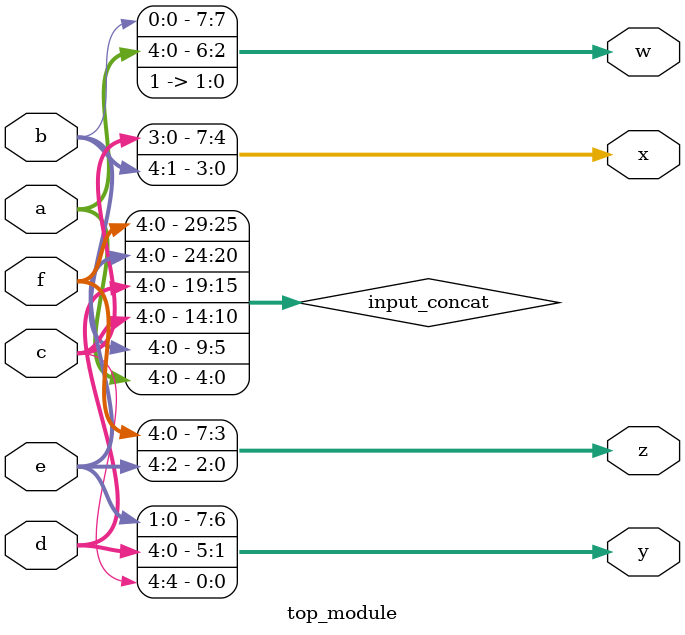
<source format=sv>
module top_module (
	input [4:0] a,
	input [4:0] b,
	input [4:0] c,
	input [4:0] d,
	input [4:0] e,
	input [4:0] f,
	output [7:0] w,
	output [7:0] x,
	output [7:0] y,
	output [7:0] z
);
	
	// Concatenate input vectors
	wire [29:0] input_concat;
	assign input_concat = {f, e, d, c, b, a};

	// Split concatenated input into output vectors
	assign {z, y, x, w} = {input_concat, 2'b11};
	
endmodule

</source>
